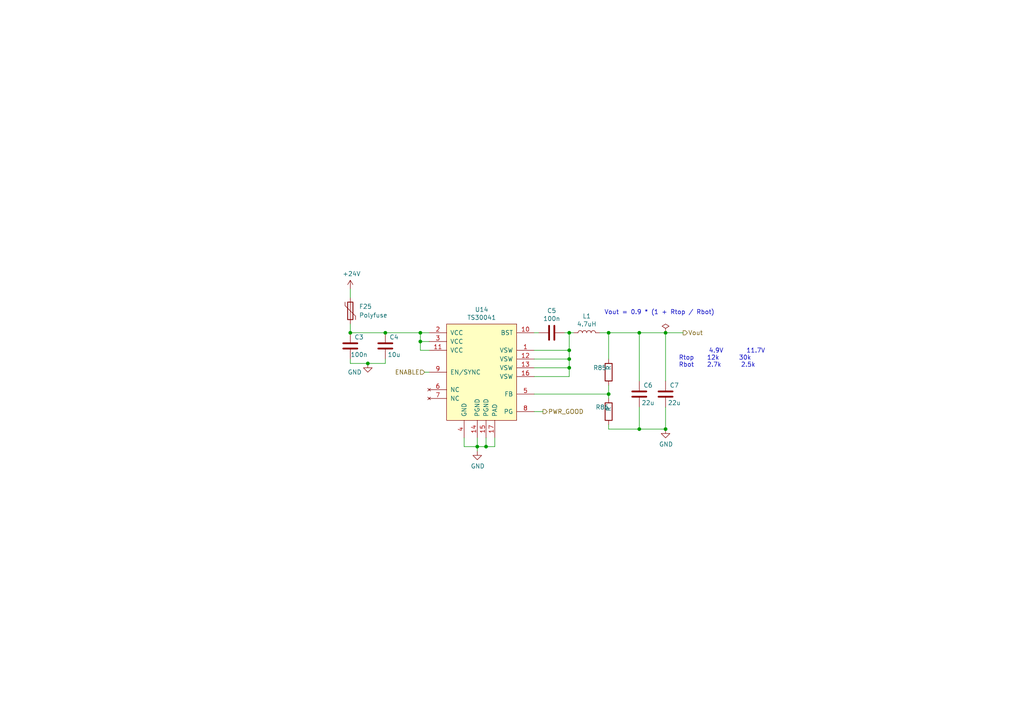
<source format=kicad_sch>
(kicad_sch (version 20211123) (generator eeschema)
  (paper "A4")
  (lib_symbols
    (symbol "Device:C" (pin_numbers hide) (pin_names (offset 0.254))
      (property "Reference" "C" (at 0.635 2.54 0))
      (property "Value" "C" (at 0.635 -2.54 0))
      (symbol "C_0_1"
        (polyline (pts (xy -2.032 -0.762) (xy 2.032 -0.762)) (stroke (width 0.508)))
        (polyline (pts (xy -2.032 0.762) (xy 2.032 0.762)) (stroke (width 0.508)))
      )
      (symbol "C_1_1"
        (pin passive line (at 0 3.81 270) (length 2.794) (name "~") (number "1"))
        (pin passive line (at 0 -3.81 90) (length 2.794) (name "~") (number "2"))
      )
    )
    (symbol "Device:L" (pin_numbers hide) (pin_names (offset 1.016) hide)
      (property "Reference" "L" (at -1.27 0 90))
      (property "Value" "L" (at 1.905 0 90))
      (symbol "L_0_1"
        (arc (start 0 -2.54) (mid 0.635 -1.905) (end 0 -1.27))
        (arc (start 0 -1.27) (mid 0.635 -0.635) (end 0 0))
        (arc (start 0 0) (mid 0.635 0.635) (end 0 1.27))
        (arc (start 0 1.27) (mid 0.635 1.905) (end 0 2.54))
      )
      (symbol "L_1_1"
        (pin passive line (at 0 3.81 270) (length 1.27) (name "1") (number "1"))
        (pin passive line (at 0 -3.81 90) (length 1.27) (name "2") (number "2"))
      )
    )
    (symbol "Device:Polyfuse" (pin_numbers hide) (pin_names (offset 0))
      (property "Reference" "F" (at -2.54 0 90))
      (property "Value" "Polyfuse" (at 2.54 0 90))
      (symbol "Polyfuse_0_1"
        (rectangle (start -0.762 2.54) (end 0.762 -2.54) (stroke (width 0.254)))
        (polyline (pts (xy 0 2.54) (xy 0 -2.54)))
        (polyline (pts (xy -1.524 2.54) (xy -1.524 1.524) (xy 1.524 -1.524) (xy 1.524 -2.54)))
      )
      (symbol "Polyfuse_1_1"
        (pin passive line (at 0 3.81 270) (length 1.27) (name "~") (number "1"))
        (pin passive line (at 0 -3.81 90) (length 1.27) (name "~") (number "2"))
      )
    )
    (symbol "Device:R" (pin_numbers hide) (pin_names (offset 0))
      (property "Reference" "R" (at 2.032 0 90))
      (property "Value" "R" (at 0 0 90))
      (symbol "R_0_1"
        (rectangle (start -1.016 -2.54) (end 1.016 2.54) (stroke (width 0.254)))
      )
      (symbol "R_1_1"
        (pin passive line (at 0 3.81 270) (length 1.27) (name "~") (number "1"))
        (pin passive line (at 0 -3.81 90) (length 1.27) (name "~") (number "2"))
      )
    )
    (symbol "IOB-rescue:TS30041-TXV_Library_Symbols" (pin_names (offset 1.016))
      (property "Reference" "U" (at 0 17.78 0))
      (property "Value" "TS30041-TXV_Library_Symbols" (at 0 15.24 0))
      (symbol "TS30041-TXV_Library_Symbols_0_1"
        (rectangle (start -10.16 13.97) (end 10.16 -13.97) (fill (type background)))
      )
      (symbol "TS30041-TXV_Library_Symbols_1_1"
        (pin bidirectional line (at 15.24 6.35 180) (length 5.08) (name "VSW") (number "1"))
        (pin bidirectional line (at 15.24 11.43 180) (length 5.08) (name "BST") (number "10"))
        (pin power_in line (at -15.24 6.35 0) (length 5.08) (name "VCC") (number "11"))
        (pin bidirectional line (at 15.24 3.81 180) (length 5.08) (name "VSW") (number "12"))
        (pin bidirectional line (at 15.24 1.27 180) (length 5.08) (name "VSW") (number "13"))
        (pin power_in line (at -1.27 -19.05 90) (length 5.08) (name "PGND") (number "14"))
        (pin power_in line (at 1.27 -19.05 90) (length 5.08) (name "PGND") (number "15"))
        (pin bidirectional line (at 15.24 -1.27 180) (length 5.08) (name "VSW") (number "16"))
        (pin power_in line (at 3.81 -19.05 90) (length 5.08) (name "PAD") (number "17"))
        (pin power_in line (at -15.24 11.43 0) (length 5.08) (name "VCC") (number "2"))
        (pin power_in line (at -15.24 8.89 0) (length 5.08) (name "VCC") (number "3"))
        (pin power_in line (at -5.08 -19.05 90) (length 5.08) (name "GND") (number "4"))
        (pin input line (at 15.24 -6.35 180) (length 5.08) (name "FB") (number "5"))
        (pin no_connect line (at -15.24 -5.08 0) (length 5.08) (name "NC") (number "6"))
        (pin no_connect line (at -15.24 -7.62 0) (length 5.08) (name "NC") (number "7"))
        (pin open_collector line (at 15.24 -11.43 180) (length 5.08) (name "PG") (number "8"))
        (pin input line (at -15.24 0 0) (length 5.08) (name "EN/SYNC") (number "9"))
      )
    )
    (symbol "power:+24V" (power) (pin_names (offset 0))
      (property "Value" "+24V" (at 0 3.556 0))
      (symbol "+24V_0_1"
        (polyline (pts (xy -0.762 1.27) (xy 0 2.54)))
        (polyline (pts (xy 0 0) (xy 0 2.54)))
        (polyline (pts (xy 0 2.54) (xy 0.762 1.27)))
      )
      (symbol "+24V_1_1"
        (pin power_in line (at 0 0 90) (length 0) hide (name "+24V") (number "1"))
      )
    )
    (symbol "power:GND" (power) (pin_names (offset 0))
      (property "Value" "GND" (at 0 -3.81 0))
      (symbol "GND_0_1"
        (polyline (pts (xy 0 0) (xy 0 -1.27) (xy 1.27 -1.27) (xy 0 -2.54) (xy -1.27 -1.27) (xy 0 -1.27)))
      )
      (symbol "GND_1_1"
        (pin power_in line (at 0 0 270) (length 0) hide (name "GND") (number "1"))
      )
    )
    (symbol "power:PWR_FLAG" (power) (pin_numbers hide) (pin_names (offset 0) hide)
      (property "Value" "PWR_FLAG" (at 0 3.81 0))
      (symbol "PWR_FLAG_0_0"
        (pin power_out line (at 0 0 90) (length 0) (name "pwr") (number "1"))
      )
      (symbol "PWR_FLAG_0_1"
        (polyline (pts (xy 0 0) (xy 0 1.27) (xy -1.016 1.905) (xy 0 2.54) (xy 1.016 1.905) (xy 0 1.27)))
      )
    )
  )
  (junction (at 106.68 105.41))
  (junction (at 165.1 101.6))
  (junction (at 185.42 124.46))
  (junction (at 111.76 96.52))
  (junction (at 176.53 96.52))
  (junction (at 140.97 129.54))
  (junction (at 121.92 96.52))
  (junction (at 193.04 124.46))
  (junction (at 165.1 104.14))
  (junction (at 185.42 96.52))
  (junction (at 165.1 106.68))
  (junction (at 176.53 114.3))
  (junction (at 138.43 129.54))
  (junction (at 193.04 96.52))
  (junction (at 121.92 99.06))
  (junction (at 101.6 96.52))
  (junction (at 165.1 96.52))
  (wire (pts (xy 165.1 104.14) (xy 154.94 104.14)))
  (wire (pts (xy 138.43 127) (xy 138.43 129.54)))
  (wire (pts (xy 101.6 86.36) (xy 101.6 83.82)))
  (wire (pts (xy 156.21 96.52) (xy 154.94 96.52)))
  (wire (pts (xy 176.53 111.76) (xy 176.53 114.3)))
  (wire (pts (xy 185.42 96.52) (xy 193.04 96.52)))
  (wire (pts (xy 101.6 96.52) (xy 111.76 96.52)))
  (wire (pts (xy 193.04 96.52) (xy 193.04 110.49)))
  (wire (pts (xy 140.97 129.54) (xy 138.43 129.54)))
  (wire (pts (xy 111.76 104.14) (xy 111.76 105.41)))
  (wire (pts (xy 176.53 124.46) (xy 185.42 124.46)))
  (wire (pts (xy 176.53 96.52) (xy 185.42 96.52)))
  (wire (pts (xy 193.04 96.52) (xy 198.12 96.52)))
  (wire (pts (xy 134.62 129.54) (xy 134.62 127)))
  (wire (pts (xy 124.46 96.52) (xy 121.92 96.52)))
  (wire (pts (xy 185.42 96.52) (xy 185.42 110.49)))
  (wire (pts (xy 154.94 114.3) (xy 176.53 114.3)))
  (wire (pts (xy 185.42 118.11) (xy 185.42 124.46)))
  (wire (pts (xy 193.04 124.46) (xy 185.42 124.46)))
  (wire (pts (xy 140.97 127) (xy 140.97 129.54)))
  (wire (pts (xy 138.43 129.54) (xy 134.62 129.54)))
  (wire (pts (xy 124.46 107.95) (xy 123.19 107.95)))
  (wire (pts (xy 154.94 119.38) (xy 157.48 119.38)))
  (wire (pts (xy 173.99 96.52) (xy 176.53 96.52)))
  (wire (pts (xy 121.92 99.06) (xy 124.46 99.06)))
  (wire (pts (xy 106.68 105.41) (xy 101.6 105.41)))
  (wire (pts (xy 101.6 96.52) (xy 101.6 93.98)))
  (wire (pts (xy 111.76 105.41) (xy 106.68 105.41)))
  (wire (pts (xy 165.1 96.52) (xy 163.83 96.52)))
  (wire (pts (xy 121.92 96.52) (xy 111.76 96.52)))
  (wire (pts (xy 138.43 130.81) (xy 138.43 129.54)))
  (wire (pts (xy 143.51 127) (xy 143.51 129.54)))
  (wire (pts (xy 124.46 101.6) (xy 121.92 101.6)))
  (wire (pts (xy 176.53 115.57) (xy 176.53 114.3)))
  (wire (pts (xy 121.92 99.06) (xy 121.92 96.52)))
  (wire (pts (xy 154.94 101.6) (xy 165.1 101.6)))
  (wire (pts (xy 165.1 104.14) (xy 165.1 101.6)))
  (wire (pts (xy 121.92 101.6) (xy 121.92 99.06)))
  (wire (pts (xy 143.51 129.54) (xy 140.97 129.54)))
  (wire (pts (xy 165.1 101.6) (xy 165.1 96.52)))
  (wire (pts (xy 193.04 118.11) (xy 193.04 124.46)))
  (wire (pts (xy 154.94 106.68) (xy 165.1 106.68)))
  (wire (pts (xy 165.1 109.22) (xy 165.1 106.68)))
  (wire (pts (xy 176.53 123.19) (xy 176.53 124.46)))
  (wire (pts (xy 101.6 105.41) (xy 101.6 104.14)))
  (wire (pts (xy 176.53 96.52) (xy 176.53 104.14)))
  (wire (pts (xy 154.94 109.22) (xy 165.1 109.22)))
  (wire (pts (xy 166.37 96.52) (xy 165.1 96.52)))
  (wire (pts (xy 165.1 106.68) (xy 165.1 104.14)))
  (text "         4.9V       11.7V\nRtop    12k      30k\nRbot    2.7k      2.5k" (at 196.85 106.68 0) (effects (font (size 1.27 1.27)) (justify left bottom)))
  (text "Vout = 0.9 * (1 + Rtop / Rbot)" (at 175.26 91.44 0) (effects (font (size 1.27 1.27)) (justify left bottom)))
  (hierarchical_label "ENABLE" (shape input) (at 123.19 107.95 180))
  (hierarchical_label "Vout" (shape output) (at 198.12 96.52 0))
  (hierarchical_label "PWR_GOOD" (shape output) (at 157.48 119.38 0))
  (symbol (lib_id "power:PWR_FLAG") (at 193.04 96.52 0) (unit 1)
    (property "Reference" "#FLG02" (effects hide))
    (property "Value" "PWR_FLAG" (effects hide))
  )
  (symbol (lib_id "Device:C") (at 160.02 96.52 270) (unit 1)
    (property "Reference" "C5" (at 160.02 90.1192 90))
    (property "Value" "100n" (at 160.02 92.4306 90))
    (property "Footprint" "Capacitor_SMD:C_0603_1608Metric" (effects hide))
  )
  (symbol (lib_id "power:GND") (at 193.04 124.46 0) (unit 1)
    (property "Reference" "#PWR0111" (effects hide))
    (property "Value" "GND" (at 193.167 128.8542 0))
  )
  (symbol (lib_id "Device:C") (at 101.6 100.33 180) (unit 1)
    (property "Reference" "C3" (at 104.14 97.79 0))
    (property "Value" "100n" (at 104.14 102.87 0))
    (property "Footprint" "Capacitor_SMD:C_0402_1005Metric" (effects hide))
  )
  (symbol (lib_id "power:GND") (at 106.68 105.41 0) (unit 1)
    (property "Reference" "#PWR0109" (effects hide))
    (property "Value" "GND" (at 102.87 107.95 0))
  )
  (symbol (lib_id "Device:Polyfuse") (at 101.6 90.17 0) (unit 1)
    (property "Reference" "F25" (at 104.14 88.8999 0) (effects (justify left)))
    (property "Value" "Polyfuse" (at 104.14 91.4399 0) (effects (justify left)))
    (property "Footprint" "Fuse:Fuse_Littelfuse-LVR125" (effects hide))
  )
  (symbol (lib_id "Device:C") (at 193.04 114.3 180) (unit 1)
    (property "Reference" "C7" (at 195.58 111.76 0))
    (property "Value" "22u" (at 195.58 116.84 0))
    (property "Footprint" "Capacitor_SMD:C_0603_1608Metric" (effects hide))
  )
  (symbol (lib_id "Device:R") (at 176.53 107.95 180) (unit 1)
    (property "Reference" "R85" (at 173.99 106.68 0))
    (property "Value" "R" (at 176.53 106.68 90))
    (property "Footprint" "Resistor_SMD:R_0603_1608Metric" (effects hide))
  )
  (symbol (lib_id "power:+24V") (at 101.6 83.82 0) (unit 1)
    (property "Reference" "#PWR0108" (effects hide))
    (property "Value" "+24V" (at 101.981 79.4258 0))
  )
  (symbol (lib_id "Device:L") (at 170.18 96.52 90) (unit 1)
    (property "Reference" "L1" (at 170.18 91.694 90))
    (property "Value" "4.7uH" (at 170.18 94.0054 90))
    (property "Footprint" "TXV_Library_Footprints:SRN4018TA-4R7M" (effects hide))
  )
  (symbol (lib_id "IOB-rescue:TS30041-TXV_Library_Symbols") (at 139.7 107.95 0) (unit 1)
    (property "Reference" "U14" (at 139.7 89.789 0))
    (property "Value" "TS30041" (at 139.7 92.1004 0))
    (property "Footprint" "Package_DFN_QFN:QFN-16-1EP_3x3mm_P0.5mm_EP1.9x1.9mm_ThermalVias" (effects hide))
  )
  (symbol (lib_id "Device:R") (at 176.53 119.38 0) (unit 1)
    (property "Reference" "R86" (at 172.72 118.11 0) (effects (justify left)))
    (property "Value" "R" (at 176.53 119.38 90) (effects (justify left)))
    (property "Footprint" "Resistor_SMD:R_0603_1608Metric" (effects hide))
  )
  (symbol (lib_id "Device:C") (at 111.76 100.33 180) (unit 1)
    (property "Reference" "C4" (at 114.3 97.79 0))
    (property "Value" "10u" (at 114.3 102.87 0))
    (property "Footprint" "Capacitor_SMD:C_0603_1608Metric" (effects hide))
  )
  (symbol (lib_id "power:GND") (at 138.43 130.81 0) (unit 1)
    (property "Reference" "#PWR0110" (effects hide))
    (property "Value" "GND" (at 138.557 135.2042 0))
  )
  (symbol (lib_id "Device:C") (at 185.42 114.3 180) (unit 1)
    (property "Reference" "C6" (at 187.96 111.76 0))
    (property "Value" "22u" (at 187.96 116.84 0))
    (property "Footprint" "Capacitor_SMD:C_0603_1608Metric" (effects hide))
  )
)
</source>
